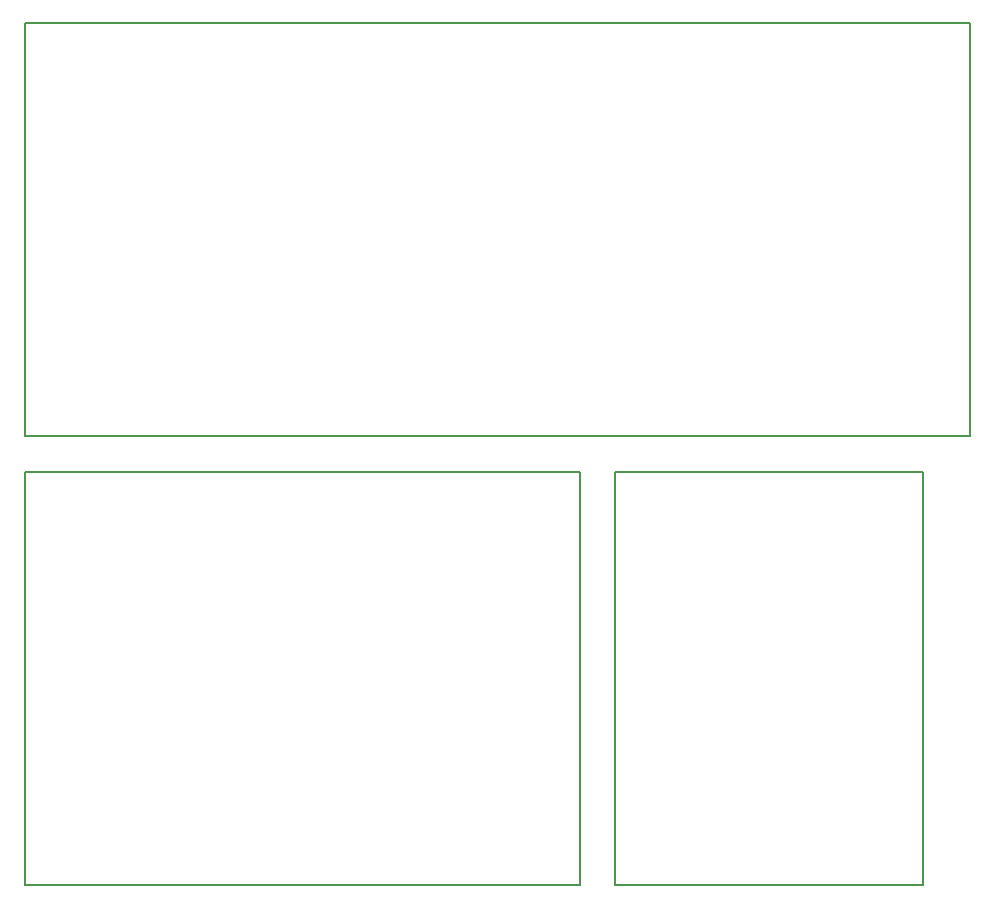
<source format=gm1>
G04 #@! TF.GenerationSoftware,KiCad,Pcbnew,(5.1.10-1-10_14)*
G04 #@! TF.CreationDate,2022-03-22T14:27:17+09:00*
G04 #@! TF.ProjectId,EH-900,45482d39-3030-42e6-9b69-6361645f7063,rev?*
G04 #@! TF.SameCoordinates,PX5f5e100PY510ff40*
G04 #@! TF.FileFunction,Profile,NP*
%FSLAX46Y46*%
G04 Gerber Fmt 4.6, Leading zero omitted, Abs format (unit mm)*
G04 Created by KiCad (PCBNEW (5.1.10-1-10_14)) date 2022-03-22 14:27:17*
%MOMM*%
%LPD*%
G01*
G04 APERTURE LIST*
G04 #@! TA.AperFunction,Profile*
%ADD10C,0.200000*%
G04 #@! TD*
G04 APERTURE END LIST*
D10*
X0Y73000000D02*
X80000000Y73000000D01*
X80000000Y73000000D02*
X80000000Y38000000D01*
X0Y38000000D02*
X80000000Y38000000D01*
X0Y73000000D02*
X0Y38000000D01*
X50000000Y35000000D02*
X76000000Y35000000D01*
X50000000Y0D02*
X50000000Y35000000D01*
X76000000Y0D02*
X50000000Y0D01*
X76000000Y35000000D02*
X76000000Y0D01*
X47000000Y35000000D02*
X0Y35000000D01*
X47000000Y35000000D02*
X47000000Y0D01*
X0Y0D02*
X47000000Y0D01*
X0Y35000000D02*
X0Y0D01*
M02*

</source>
